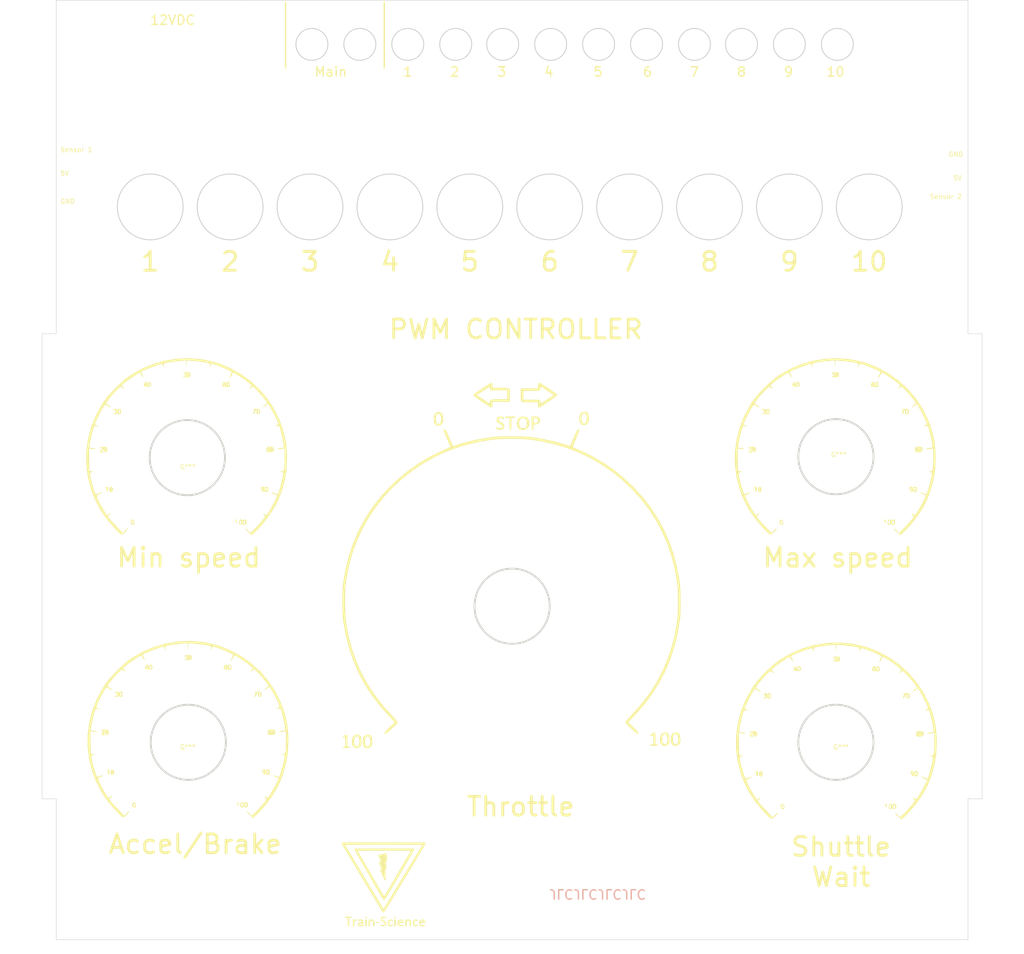
<source format=kicad_pcb>
(kicad_pcb (version 20221018) (generator pcbnew)
  (layers (0 "F.Cu" signal) (31 "B.Cu" signal) (34 "B.Paste" user) (35 "F.Paste" user) (36 "B.SilkS" user "B.Silkscreen") (37 "F.SilkS" user "F.Silkscreen") (38 "B.Mask" user) (39 "F.Mask" user) (44 "Edge.Cuts" user))
  (net 0 "")
  (footprint "custom_kicad_lib_sk:scale_small" (layer "F.Cu") (at 97.25821 96.827731)
    (fp_text reference "G***" (at -0.74321 1.672269 unlocked) (layer "F.SilkS") (effects (font (size 0.5 0.5) (thickness 0.075))))
    (fp_text value "LOGO" hide)
  )
  (footprint "custom_kicad_lib_sk:scale" (layer "F.Cu") (at 130.664 109.315231)
    (fp_text reference "G***" hide)
    (fp_text value "LOGO" hide)
  )
  (footprint "custom_kicad_lib_sk:scale_small" (layer "F.Cu") (at 166.38521 127.091962)
    (fp_text reference "G***" (at -0.37021 1.235769 unlocked) (layer "F.SilkS") (effects (font (size 0.5 0.5) (thickness 0.075))))
    (fp_text value "LOGO" hide)
  )
  (footprint "MountingHole:MountingHole_3.2mm_M3" (layer "F.Cu") (at 176.015 52.327731)
    (fp_text reference "REF**" hide)
    (fp_text value "MountingHole_3.2mm_M3")
    (pad "" np_thru_hole circle (at 0 0) (size 3.2 3.2) (drill 3.2) (layers "F&B.Cu" "*.Mask"))
  )
  (footprint "MountingHole:MountingHole_3.2mm_M3" (layer "F.Cu") (at 86.015 145.327731)
    (fp_text reference "REF**" hide)
    (fp_text value "MountingHole_3.2mm_M3")
    (pad "" np_thru_hole circle (at 0 0) (size 3.2 3.2) (drill 3.2) (layers "F&B.Cu" "*.Mask"))
  )
  (footprint "MountingHole:MountingHole_3.2mm_M3" (layer "F.Cu") (at 176.015 145.327731)
    (fp_text reference "REF**" hide)
    (fp_text value "MountingHole_3.2mm_M3")
    (pad "" np_thru_hole circle (at 0 0) (size 3.2 3.2) (drill 3.2) (layers "F&B.Cu" "*.Mask"))
  )
  (footprint "MountingHole:MountingHole_3.2mm_M3" (layer "F.Cu") (at 86.015 52.327731)
    (fp_text reference "REF**" hide)
    (fp_text value "MountingHole_3.2mm_M3")
    (pad "" np_thru_hole circle (at 0 0) (size 3.2 3.2) (drill 3.2) (layers "F&B.Cu" "*.Mask"))
  )
  (footprint "custom_kicad_lib_sk:Train-Science logo small" (layer "F.Cu") (at 117.415 143.027731)
    (fp_text reference "G***" hide)
    (fp_text value "LOGO" hide)
  )
  (footprint "custom_kicad_lib_sk:scale_small" (layer "F.Cu") (at 166.265 96.827731)
    (fp_text reference "G***" (at -0.49821 0.368269 unlocked) (layer "F.SilkS") (effects (font (size 0.5 0.5) (thickness 0.075))))
    (fp_text value "LOGO" hide)
  )
  (footprint "custom_kicad_lib_sk:scale_small" (layer "F.Cu") (at 97.404 126.925231)
    (fp_text reference "G***" (at -0.889 1.4025 unlocked) (layer "F.SilkS") (effects (font (size 0.5 0.5) (thickness 0.075))))
    (fp_text value "LOGO" hide)
  )
  (gr_line (start 106.915 56.027731) (end 106.915 49.027731) (stroke (width 0.15)) (layer "F.SilkS"))
  (gr_line (start 117.415 49.027731) (end 117.415 56.027731) (stroke (width 0.15)) (layer "F.SilkS"))
  (gr_line (start 179.515 133.827731) (end 181.015 133.827731) (stroke (width 0.05)) (layer "Edge.Cuts"))
  (gr_circle (center 160.515 70.827731) (end 164.015 70.827731) (stroke (width 0.1)) (fill none) (layer "Edge.Cuts"))
  (gr_line (start 82.515 48.827731) (end 82.515 84.327731) (stroke (width 0.05)) (layer "Edge.Cuts"))
  (gr_line (start 82.515 148.827731) (end 102.515 148.827731) (stroke (width 0.05)) (layer "Edge.Cuts"))
  (gr_circle (center 109.715 53.527731) (end 111.415 53.527731) (stroke (width 0.1)) (fill none) (layer "Edge.Cuts"))
  (gr_circle (center 152.015 70.827731) (end 155.515 70.827731) (stroke (width 0.1)) (fill none) (layer "Edge.Cuts"))
  (gr_circle (center 155.415 53.527731) (end 157.115 53.527731) (stroke (width 0.1)) (fill none) (layer "Edge.Cuts"))
  (gr_circle (center 126.515 70.827731) (end 130.015 70.827731) (stroke (width 0.1)) (fill none) (layer "Edge.Cuts"))
  (gr_circle (center 96.464 97.515231) (end 100.464 97.515231) (stroke (width 0.2)) (fill none) (layer "Edge.Cuts"))
  (gr_line (start 179.515 148.827731) (end 159.515 148.827731) (stroke (width 0.05)) (layer "Edge.Cuts"))
  (gr_line (start 181.015 84.327731) (end 179.515 84.327731) (stroke (width 0.05)) (layer "Edge.Cuts"))
  (gr_circle (center 165.464 127.815231) (end 169.464 127.815231) (stroke (width 0.2)) (fill none) (layer "Edge.Cuts"))
  (gr_line (start 82.515 48.827731) (end 102.515 48.827731) (stroke (width 0.05)) (layer "Edge.Cuts"))
  (gr_circle (center 145.315 53.527731) (end 147.015 53.527731) (stroke (width 0.1)) (fill none) (layer "Edge.Cuts"))
  (gr_circle (center 160.515 53.527731) (end 162.215 53.527731) (stroke (width 0.1)) (fill none) (layer "Edge.Cuts"))
  (gr_circle (center 114.815 53.527731) (end 116.515 53.527731) (stroke (width 0.1)) (fill none) (layer "Edge.Cuts"))
  (gr_line (start 179.515 84.327731) (end 179.515 48.827731) (stroke (width 0.05)) (layer "Edge.Cuts"))
  (gr_circle (center 119.915 53.527731) (end 121.615 53.527731) (stroke (width 0.1)) (fill none) (layer "Edge.Cuts"))
  (gr_circle (center 92.515 70.827731) (end 96.015 70.827731) (stroke (width 0.1)) (fill none) (layer "Edge.Cuts"))
  (gr_circle (center 150.415 53.527731) (end 152.115 53.527731) (stroke (width 0.1)) (fill none) (layer "Edge.Cuts"))
  (gr_circle (center 165.615 53.527731) (end 167.315 53.527731) (stroke (width 0.1)) (fill none) (layer "Edge.Cuts"))
  (gr_line (start 81.015 133.827731) (end 81.015 84.327731) (stroke (width 0.05)) (layer "Edge.Cuts"))
  (gr_circle (center 118.015 70.827731) (end 121.515 70.827731) (stroke (width 0.1)) (fill none) (layer "Edge.Cuts"))
  (gr_circle (center 96.564 127.815231) (end 100.564 127.815231) (stroke (width 0.2)) (fill none) (layer "Edge.Cuts"))
  (gr_circle (center 140.215 53.527731) (end 141.915 53.527731) (stroke (width 0.1)) (fill none) (layer "Edge.Cuts"))
  (gr_circle (center 143.515 70.827731) (end 147.015 70.827731) (stroke (width 0.1)) (fill none) (layer "Edge.Cuts"))
  (gr_circle (center 135.015 70.827731) (end 138.515 70.827731) (stroke (width 0.1)) (fill none) (layer "Edge.Cuts"))
  (gr_line (start 179.515 148.827731) (end 179.515 133.827731) (stroke (width 0.05)) (layer "Edge.Cuts"))
  (gr_circle (center 165.464 97.415231) (end 169.464 97.415231) (stroke (width 0.2)) (fill none) (layer "Edge.Cuts"))
  (gr_circle (center 130.015 53.527731) (end 131.715 53.527731) (stroke (width 0.1)) (fill none) (layer "Edge.Cuts"))
  (gr_circle (center 125.015 53.527731) (end 126.715 53.527731) (stroke (width 0.1)) (fill none) (layer "Edge.Cuts"))
  (gr_line (start 82.515 84.327731) (end 81.015 84.327731) (stroke (width 0.05)) (layer "Edge.Cuts"))
  (gr_line (start 82.515 133.827731) (end 82.515 148.827731) (stroke (width 0.05)) (layer "Edge.Cuts"))
  (gr_circle (center 109.515 70.827731) (end 113.015 70.827731) (stroke (width 0.1)) (fill none) (layer "Edge.Cuts"))
  (gr_circle (center 131.015 113.327731) (end 135.015 113.327731) (stroke (width 0.2)) (fill none) (layer "Edge.Cuts"))
  (gr_line (start 81.015 133.827731) (end 82.515 133.827731) (stroke (width 0.05)) (layer "Edge.Cuts"))
  (gr_line (start 181.015 84.327731) (end 181.015 133.827731) (stroke (width 0.05)) (layer "Edge.Cuts"))
  (gr_circle (center 135.115 53.527731) (end 136.815 53.527731) (stroke (width 0.1)) (fill none) (layer "Edge.Cuts"))
  (gr_line (start 179.515 48.827731) (end 102.515 48.827731) (stroke (width 0.05)) (layer "Edge.Cuts"))
  (gr_circle (center 169.015 70.827731) (end 172.515 70.827731) (stroke (width 0.1)) (fill none) (layer "Edge.Cuts"))
  (gr_circle (center 101.015 70.827731) (end 104.515 70.827731) (stroke (width 0.1)) (fill none) (layer "Edge.Cuts"))
  (gr_line (start 102.515 148.827731) (end 159.515 148.827731) (stroke (width 0.05)) (layer "Edge.Cuts"))
  (gr_text "JLCJLCJLCJLC" (at 134.874 143.383 180) (layer "B.SilkS") (effects (font (size 1 1)) (justify left bottom mirror)))
  (gr_text "GND" (at 82.915 70.527731) (layer "F.SilkS") (effects (font (size 0.5 0.5) (thickness 0.075)) (justify left bottom)))
  (gr_text "1" (at 119.915 57.037435) (layer "F.SilkS") (effects (font (size 1 1)) (justify bottom)))
  (gr_text "Shuttle\nWait" (at 166.015 143.327731) (layer "F.SilkS") (effects (font (size 2 2) (thickness 0.3)) (justify bottom)))
  (gr_text "6" (at 145.415 57.037435) (layer "F.SilkS") (effects (font (size 1 1)) (justify bottom)))
  (gr_text "3" (at 129.915 57.037435) (layer "F.SilkS") (effects (font (size 1 1)) (justify bottom)))
  (gr_text "8" (at 152.015 77.827731) (layer "F.SilkS") (effects (font (size 2 2) (thickness 0.3)) (justify bottom)))
  (gr_text "6" (at 135.015 77.827731) (layer "F.SilkS") (effects (font (size 2 2) (thickness 0.3)) (justify bottom)))
  (gr_text "Sensor 1" (at 82.915 65.027731) (layer "F.SilkS") (effects (font (size 0.5 0.5) (thickness 0.075)) (justify left bottom)))
  (gr_text "GND" (at 177.415 65.527731) (layer "F.SilkS") (effects (font (size 0.5 0.5) (thickness 0.075)) (justify left bottom)))
  (gr_text "5V" (at 177.915 68.027731) (layer "F.SilkS") (effects (font (size 0.5 0.5) (thickness 0.075)) (justify left bottom)))
  (gr_text "Max speed" (at 157.515 109.327731) (layer "F.SilkS") (effects (font (size 2 2) (thickness 0.3)) (justify left bottom)))
  (gr_text "1" (at 92.515 77.827731) (layer "F.SilkS") (effects (font (size 2 2) (thickness 0.3)) (justify bottom)))
  (gr_text "3" (at 109.515 77.827731) (layer "F.SilkS") (effects (font (size 2 2) (thickness 0.3)) (justify bottom)))
  (gr_text "10" (at 165.415 57.037435) (layer "F.SilkS") (effects (font (size 1 1)) (justify bottom)))
  (gr_text "Accel/Brake" (at 97.302 139.827731) (layer "F.SilkS") (effects (font (size 2 2) (thickness 0.3)) (justify bottom)))
  (gr_text "2" (at 124.915 57.037435) (layer "F.SilkS") (effects (font (size 1 1)) (justify bottom)))
  (gr_text "9" (at 160.515 77.827731) (layer "F.SilkS") (effects (font (size 2 2) (thickness 0.3)) (justify bottom)))
  (gr_text "8" (at 155.415 57.037435) (layer "F.SilkS") (effects (font (size 1 1)) (justify bottom)))
  (gr_text "12VDC" (at 92.415 51.527731) (layer "F.SilkS") (effects (font (size 1 1)) (justify left bottom)))
  (gr_text "4" (at 118.015 77.827731) (layer "F.SilkS") (effects (font (size 2 2) (thickness 0.3)) (justify bottom)))
  (gr_text "7" (at 150.415 57.037435) (layer "F.SilkS") (effects (font (size 1 1)) (justify bottom)))
  (gr_text "Sensor 2\n" (at 175.415 70.027731) (layer "F.SilkS") (effects (font (size 0.5 0.5) (thickness 0.075)) (justify left bottom)))
  (gr_text "5" (at 126.515 77.827731) (layer "F.SilkS") (effects (font (size 2 2) (thickness 0.3)) (justify bottom)))
  (gr_text "10" (at 169.015 77.827731) (layer "F.SilkS") (effects (font (size 2 2) (thickness 0.3)) (justify bottom)))
  (gr_text "9\n" (at 160.415 57.037435) (layer "F.SilkS") (effects (font (size 1 1)) (justify bottom)))
  (gr_text "Min speed" (at 88.794 109.327731) (layer "F.SilkS") (effects (font (size 2 2) (thickness 0.3)) (justify left bottom)))
  (gr_text "Throttle" (at 131.926 135.827731) (layer "F.SilkS") (effects (font (size 2 2) (thickness 0.3)) (justify bottom)))
  (gr_text "PWM CONTROLLER" (at 131.415 85.027731) (layer "F.SilkS") (effects (font (size 2 2) (thickness 0.3)) (justify bottom)))
  (gr_text "5" (at 140.150896 57.027731) (layer "F.SilkS") (effects (font (size 1 1)) (justify bottom)))
  (gr_text "Main" (at 109.915 57.027731) (layer "F.SilkS") (effects (font (size 1 1)) (justify left bottom)))
  (gr_text "5V" (at 82.915 67.527731) (layer "F.SilkS") (effects (font (size 0.5 0.5) (thickness 0.075)) (justify left bottom)))
  (gr_text "7" (at 143.515 77.827731) (layer "F.SilkS") (effects (font (size 2 2) (thickness 0.3)) (justify bottom)))
  (gr_text "2\n" (at 101.015 77.827731) (layer "F.SilkS") (effects (font (size 2 2) (thickness 0.3)) (justify bottom)))
  (gr_text "4" (at 134.915 57.037435) (layer "F.SilkS") (effects (font (size 1 1)) (justify bottom)))
)
</source>
